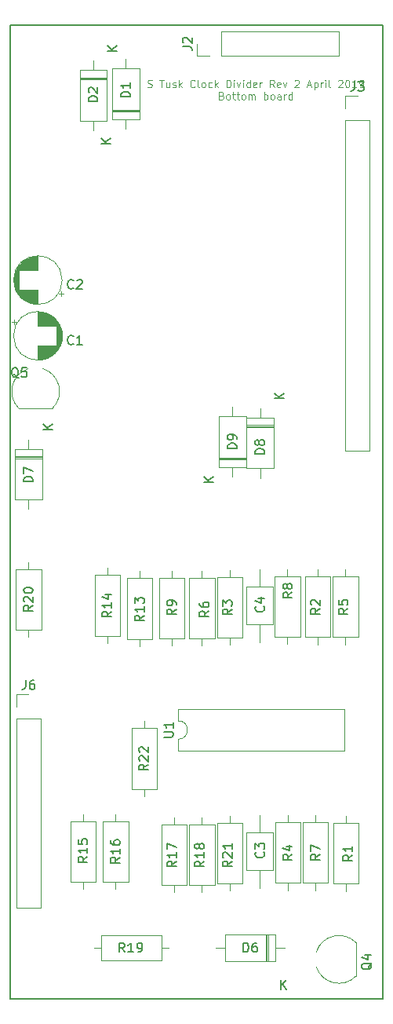
<source format=gbr>
%TF.GenerationSoftware,KiCad,Pcbnew,(5.0.1)-3*%
%TF.CreationDate,2019-04-27T14:03:59+01:00*%
%TF.ProjectId,Fractional clock divider bottom board,4672616374696F6E616C20636C6F636B,rev?*%
%TF.SameCoordinates,Original*%
%TF.FileFunction,Legend,Top*%
%TF.FilePolarity,Positive*%
%FSLAX46Y46*%
G04 Gerber Fmt 4.6, Leading zero omitted, Abs format (unit mm)*
G04 Created by KiCad (PCBNEW (5.0.1)-3) date 27/04/2019 14:03:59*
%MOMM*%
%LPD*%
G01*
G04 APERTURE LIST*
%ADD10C,0.100000*%
%ADD11C,0.150000*%
%ADD12C,0.120000*%
G04 APERTURE END LIST*
D10*
X76342857Y-21673809D02*
X76457142Y-21711904D01*
X76647619Y-21711904D01*
X76723809Y-21673809D01*
X76761904Y-21635714D01*
X76800000Y-21559523D01*
X76800000Y-21483333D01*
X76761904Y-21407142D01*
X76723809Y-21369047D01*
X76647619Y-21330952D01*
X76495238Y-21292857D01*
X76419047Y-21254761D01*
X76380952Y-21216666D01*
X76342857Y-21140476D01*
X76342857Y-21064285D01*
X76380952Y-20988095D01*
X76419047Y-20950000D01*
X76495238Y-20911904D01*
X76685714Y-20911904D01*
X76800000Y-20950000D01*
X77638095Y-20911904D02*
X78095238Y-20911904D01*
X77866666Y-21711904D02*
X77866666Y-20911904D01*
X78704761Y-21178571D02*
X78704761Y-21711904D01*
X78361904Y-21178571D02*
X78361904Y-21597619D01*
X78400000Y-21673809D01*
X78476190Y-21711904D01*
X78590476Y-21711904D01*
X78666666Y-21673809D01*
X78704761Y-21635714D01*
X79047619Y-21673809D02*
X79123809Y-21711904D01*
X79276190Y-21711904D01*
X79352380Y-21673809D01*
X79390476Y-21597619D01*
X79390476Y-21559523D01*
X79352380Y-21483333D01*
X79276190Y-21445238D01*
X79161904Y-21445238D01*
X79085714Y-21407142D01*
X79047619Y-21330952D01*
X79047619Y-21292857D01*
X79085714Y-21216666D01*
X79161904Y-21178571D01*
X79276190Y-21178571D01*
X79352380Y-21216666D01*
X79733333Y-21711904D02*
X79733333Y-20911904D01*
X79809523Y-21407142D02*
X80038095Y-21711904D01*
X80038095Y-21178571D02*
X79733333Y-21483333D01*
X81447619Y-21635714D02*
X81409523Y-21673809D01*
X81295238Y-21711904D01*
X81219047Y-21711904D01*
X81104761Y-21673809D01*
X81028571Y-21597619D01*
X80990476Y-21521428D01*
X80952380Y-21369047D01*
X80952380Y-21254761D01*
X80990476Y-21102380D01*
X81028571Y-21026190D01*
X81104761Y-20950000D01*
X81219047Y-20911904D01*
X81295238Y-20911904D01*
X81409523Y-20950000D01*
X81447619Y-20988095D01*
X81904761Y-21711904D02*
X81828571Y-21673809D01*
X81790476Y-21597619D01*
X81790476Y-20911904D01*
X82323809Y-21711904D02*
X82247619Y-21673809D01*
X82209523Y-21635714D01*
X82171428Y-21559523D01*
X82171428Y-21330952D01*
X82209523Y-21254761D01*
X82247619Y-21216666D01*
X82323809Y-21178571D01*
X82438095Y-21178571D01*
X82514285Y-21216666D01*
X82552380Y-21254761D01*
X82590476Y-21330952D01*
X82590476Y-21559523D01*
X82552380Y-21635714D01*
X82514285Y-21673809D01*
X82438095Y-21711904D01*
X82323809Y-21711904D01*
X83276190Y-21673809D02*
X83200000Y-21711904D01*
X83047619Y-21711904D01*
X82971428Y-21673809D01*
X82933333Y-21635714D01*
X82895238Y-21559523D01*
X82895238Y-21330952D01*
X82933333Y-21254761D01*
X82971428Y-21216666D01*
X83047619Y-21178571D01*
X83200000Y-21178571D01*
X83276190Y-21216666D01*
X83619047Y-21711904D02*
X83619047Y-20911904D01*
X83695238Y-21407142D02*
X83923809Y-21711904D01*
X83923809Y-21178571D02*
X83619047Y-21483333D01*
X84876190Y-21711904D02*
X84876190Y-20911904D01*
X85066666Y-20911904D01*
X85180952Y-20950000D01*
X85257142Y-21026190D01*
X85295238Y-21102380D01*
X85333333Y-21254761D01*
X85333333Y-21369047D01*
X85295238Y-21521428D01*
X85257142Y-21597619D01*
X85180952Y-21673809D01*
X85066666Y-21711904D01*
X84876190Y-21711904D01*
X85676190Y-21711904D02*
X85676190Y-21178571D01*
X85676190Y-20911904D02*
X85638095Y-20950000D01*
X85676190Y-20988095D01*
X85714285Y-20950000D01*
X85676190Y-20911904D01*
X85676190Y-20988095D01*
X85980952Y-21178571D02*
X86171428Y-21711904D01*
X86361904Y-21178571D01*
X86666666Y-21711904D02*
X86666666Y-21178571D01*
X86666666Y-20911904D02*
X86628571Y-20950000D01*
X86666666Y-20988095D01*
X86704761Y-20950000D01*
X86666666Y-20911904D01*
X86666666Y-20988095D01*
X87390476Y-21711904D02*
X87390476Y-20911904D01*
X87390476Y-21673809D02*
X87314285Y-21711904D01*
X87161904Y-21711904D01*
X87085714Y-21673809D01*
X87047619Y-21635714D01*
X87009523Y-21559523D01*
X87009523Y-21330952D01*
X87047619Y-21254761D01*
X87085714Y-21216666D01*
X87161904Y-21178571D01*
X87314285Y-21178571D01*
X87390476Y-21216666D01*
X88076190Y-21673809D02*
X88000000Y-21711904D01*
X87847619Y-21711904D01*
X87771428Y-21673809D01*
X87733333Y-21597619D01*
X87733333Y-21292857D01*
X87771428Y-21216666D01*
X87847619Y-21178571D01*
X88000000Y-21178571D01*
X88076190Y-21216666D01*
X88114285Y-21292857D01*
X88114285Y-21369047D01*
X87733333Y-21445238D01*
X88457142Y-21711904D02*
X88457142Y-21178571D01*
X88457142Y-21330952D02*
X88495238Y-21254761D01*
X88533333Y-21216666D01*
X88609523Y-21178571D01*
X88685714Y-21178571D01*
X90019047Y-21711904D02*
X89752380Y-21330952D01*
X89561904Y-21711904D02*
X89561904Y-20911904D01*
X89866666Y-20911904D01*
X89942857Y-20950000D01*
X89980952Y-20988095D01*
X90019047Y-21064285D01*
X90019047Y-21178571D01*
X89980952Y-21254761D01*
X89942857Y-21292857D01*
X89866666Y-21330952D01*
X89561904Y-21330952D01*
X90666666Y-21673809D02*
X90590476Y-21711904D01*
X90438095Y-21711904D01*
X90361904Y-21673809D01*
X90323809Y-21597619D01*
X90323809Y-21292857D01*
X90361904Y-21216666D01*
X90438095Y-21178571D01*
X90590476Y-21178571D01*
X90666666Y-21216666D01*
X90704761Y-21292857D01*
X90704761Y-21369047D01*
X90323809Y-21445238D01*
X90971428Y-21178571D02*
X91161904Y-21711904D01*
X91352380Y-21178571D01*
X92228571Y-20988095D02*
X92266666Y-20950000D01*
X92342857Y-20911904D01*
X92533333Y-20911904D01*
X92609523Y-20950000D01*
X92647619Y-20988095D01*
X92685714Y-21064285D01*
X92685714Y-21140476D01*
X92647619Y-21254761D01*
X92190476Y-21711904D01*
X92685714Y-21711904D01*
X93600000Y-21483333D02*
X93980952Y-21483333D01*
X93523809Y-21711904D02*
X93790476Y-20911904D01*
X94057142Y-21711904D01*
X94323809Y-21178571D02*
X94323809Y-21978571D01*
X94323809Y-21216666D02*
X94400000Y-21178571D01*
X94552380Y-21178571D01*
X94628571Y-21216666D01*
X94666666Y-21254761D01*
X94704761Y-21330952D01*
X94704761Y-21559523D01*
X94666666Y-21635714D01*
X94628571Y-21673809D01*
X94552380Y-21711904D01*
X94400000Y-21711904D01*
X94323809Y-21673809D01*
X95047619Y-21711904D02*
X95047619Y-21178571D01*
X95047619Y-21330952D02*
X95085714Y-21254761D01*
X95123809Y-21216666D01*
X95200000Y-21178571D01*
X95276190Y-21178571D01*
X95542857Y-21711904D02*
X95542857Y-21178571D01*
X95542857Y-20911904D02*
X95504761Y-20950000D01*
X95542857Y-20988095D01*
X95580952Y-20950000D01*
X95542857Y-20911904D01*
X95542857Y-20988095D01*
X96038095Y-21711904D02*
X95961904Y-21673809D01*
X95923809Y-21597619D01*
X95923809Y-20911904D01*
X96914285Y-20988095D02*
X96952380Y-20950000D01*
X97028571Y-20911904D01*
X97219047Y-20911904D01*
X97295238Y-20950000D01*
X97333333Y-20988095D01*
X97371428Y-21064285D01*
X97371428Y-21140476D01*
X97333333Y-21254761D01*
X96876190Y-21711904D01*
X97371428Y-21711904D01*
X97866666Y-20911904D02*
X97942857Y-20911904D01*
X98019047Y-20950000D01*
X98057142Y-20988095D01*
X98095238Y-21064285D01*
X98133333Y-21216666D01*
X98133333Y-21407142D01*
X98095238Y-21559523D01*
X98057142Y-21635714D01*
X98019047Y-21673809D01*
X97942857Y-21711904D01*
X97866666Y-21711904D01*
X97790476Y-21673809D01*
X97752380Y-21635714D01*
X97714285Y-21559523D01*
X97676190Y-21407142D01*
X97676190Y-21216666D01*
X97714285Y-21064285D01*
X97752380Y-20988095D01*
X97790476Y-20950000D01*
X97866666Y-20911904D01*
X98895238Y-21711904D02*
X98438095Y-21711904D01*
X98666666Y-21711904D02*
X98666666Y-20911904D01*
X98590476Y-21026190D01*
X98514285Y-21102380D01*
X98438095Y-21140476D01*
X99276190Y-21711904D02*
X99428571Y-21711904D01*
X99504761Y-21673809D01*
X99542857Y-21635714D01*
X99619047Y-21521428D01*
X99657142Y-21369047D01*
X99657142Y-21064285D01*
X99619047Y-20988095D01*
X99580952Y-20950000D01*
X99504761Y-20911904D01*
X99352380Y-20911904D01*
X99276190Y-20950000D01*
X99238095Y-20988095D01*
X99200000Y-21064285D01*
X99200000Y-21254761D01*
X99238095Y-21330952D01*
X99276190Y-21369047D01*
X99352380Y-21407142D01*
X99504761Y-21407142D01*
X99580952Y-21369047D01*
X99619047Y-21330952D01*
X99657142Y-21254761D01*
X84342857Y-22592857D02*
X84457142Y-22630952D01*
X84495238Y-22669047D01*
X84533333Y-22745238D01*
X84533333Y-22859523D01*
X84495238Y-22935714D01*
X84457142Y-22973809D01*
X84380952Y-23011904D01*
X84076190Y-23011904D01*
X84076190Y-22211904D01*
X84342857Y-22211904D01*
X84419047Y-22250000D01*
X84457142Y-22288095D01*
X84495238Y-22364285D01*
X84495238Y-22440476D01*
X84457142Y-22516666D01*
X84419047Y-22554761D01*
X84342857Y-22592857D01*
X84076190Y-22592857D01*
X84990476Y-23011904D02*
X84914285Y-22973809D01*
X84876190Y-22935714D01*
X84838095Y-22859523D01*
X84838095Y-22630952D01*
X84876190Y-22554761D01*
X84914285Y-22516666D01*
X84990476Y-22478571D01*
X85104761Y-22478571D01*
X85180952Y-22516666D01*
X85219047Y-22554761D01*
X85257142Y-22630952D01*
X85257142Y-22859523D01*
X85219047Y-22935714D01*
X85180952Y-22973809D01*
X85104761Y-23011904D01*
X84990476Y-23011904D01*
X85485714Y-22478571D02*
X85790476Y-22478571D01*
X85600000Y-22211904D02*
X85600000Y-22897619D01*
X85638095Y-22973809D01*
X85714285Y-23011904D01*
X85790476Y-23011904D01*
X85942857Y-22478571D02*
X86247619Y-22478571D01*
X86057142Y-22211904D02*
X86057142Y-22897619D01*
X86095238Y-22973809D01*
X86171428Y-23011904D01*
X86247619Y-23011904D01*
X86628571Y-23011904D02*
X86552380Y-22973809D01*
X86514285Y-22935714D01*
X86476190Y-22859523D01*
X86476190Y-22630952D01*
X86514285Y-22554761D01*
X86552380Y-22516666D01*
X86628571Y-22478571D01*
X86742857Y-22478571D01*
X86819047Y-22516666D01*
X86857142Y-22554761D01*
X86895238Y-22630952D01*
X86895238Y-22859523D01*
X86857142Y-22935714D01*
X86819047Y-22973809D01*
X86742857Y-23011904D01*
X86628571Y-23011904D01*
X87238095Y-23011904D02*
X87238095Y-22478571D01*
X87238095Y-22554761D02*
X87276190Y-22516666D01*
X87352380Y-22478571D01*
X87466666Y-22478571D01*
X87542857Y-22516666D01*
X87580952Y-22592857D01*
X87580952Y-23011904D01*
X87580952Y-22592857D02*
X87619047Y-22516666D01*
X87695238Y-22478571D01*
X87809523Y-22478571D01*
X87885714Y-22516666D01*
X87923809Y-22592857D01*
X87923809Y-23011904D01*
X88914285Y-23011904D02*
X88914285Y-22211904D01*
X88914285Y-22516666D02*
X88990476Y-22478571D01*
X89142857Y-22478571D01*
X89219047Y-22516666D01*
X89257142Y-22554761D01*
X89295238Y-22630952D01*
X89295238Y-22859523D01*
X89257142Y-22935714D01*
X89219047Y-22973809D01*
X89142857Y-23011904D01*
X88990476Y-23011904D01*
X88914285Y-22973809D01*
X89752380Y-23011904D02*
X89676190Y-22973809D01*
X89638095Y-22935714D01*
X89600000Y-22859523D01*
X89600000Y-22630952D01*
X89638095Y-22554761D01*
X89676190Y-22516666D01*
X89752380Y-22478571D01*
X89866666Y-22478571D01*
X89942857Y-22516666D01*
X89980952Y-22554761D01*
X90019047Y-22630952D01*
X90019047Y-22859523D01*
X89980952Y-22935714D01*
X89942857Y-22973809D01*
X89866666Y-23011904D01*
X89752380Y-23011904D01*
X90704761Y-23011904D02*
X90704761Y-22592857D01*
X90666666Y-22516666D01*
X90590476Y-22478571D01*
X90438095Y-22478571D01*
X90361904Y-22516666D01*
X90704761Y-22973809D02*
X90628571Y-23011904D01*
X90438095Y-23011904D01*
X90361904Y-22973809D01*
X90323809Y-22897619D01*
X90323809Y-22821428D01*
X90361904Y-22745238D01*
X90438095Y-22707142D01*
X90628571Y-22707142D01*
X90704761Y-22669047D01*
X91085714Y-23011904D02*
X91085714Y-22478571D01*
X91085714Y-22630952D02*
X91123809Y-22554761D01*
X91161904Y-22516666D01*
X91238095Y-22478571D01*
X91314285Y-22478571D01*
X91923809Y-23011904D02*
X91923809Y-22211904D01*
X91923809Y-22973809D02*
X91847619Y-23011904D01*
X91695238Y-23011904D01*
X91619047Y-22973809D01*
X91580952Y-22935714D01*
X91542857Y-22859523D01*
X91542857Y-22630952D01*
X91580952Y-22554761D01*
X91619047Y-22516666D01*
X91695238Y-22478571D01*
X91847619Y-22478571D01*
X91923809Y-22516666D01*
D11*
X61500000Y-120000000D02*
X101750000Y-120000000D01*
X101750000Y-15000000D02*
X101750000Y-120000000D01*
X61500000Y-15000000D02*
X61500000Y-120000000D01*
X61500000Y-15000000D02*
X101750000Y-15000000D01*
D12*
X98827684Y-113921555D02*
G75*
G03X94550000Y-114950000I-1827684J-1808445D01*
G01*
X98842156Y-117541453D02*
G75*
G02X94550000Y-116550000I-1842156J1811453D01*
G01*
X98850000Y-117530000D02*
X98850000Y-113930000D01*
X66078445Y-56327684D02*
G75*
G03X65050000Y-52050000I-1808445J1827684D01*
G01*
X62458547Y-56342156D02*
G75*
G02X63450000Y-52050000I1811453J1842156D01*
G01*
X62470000Y-56350000D02*
X66070000Y-56350000D01*
X88431834Y-73646702D02*
X88431834Y-75586702D01*
X88431834Y-81566702D02*
X88431834Y-79626702D01*
X87011834Y-75586702D02*
X87011834Y-79626702D01*
X89851834Y-75586702D02*
X87011834Y-75586702D01*
X89851834Y-79626702D02*
X89851834Y-75586702D01*
X87011834Y-79626702D02*
X89851834Y-79626702D01*
X88431834Y-100146702D02*
X88431834Y-102086702D01*
X88431834Y-108066702D02*
X88431834Y-106126702D01*
X87011834Y-102086702D02*
X87011834Y-106126702D01*
X89851834Y-102086702D02*
X87011834Y-102086702D01*
X89851834Y-106126702D02*
X89851834Y-102086702D01*
X87011834Y-106126702D02*
X89851834Y-106126702D01*
X67120000Y-42500000D02*
G75*
G03X67120000Y-42500000I-2620000J0D01*
G01*
X64500000Y-41460000D02*
X64500000Y-39920000D01*
X64500000Y-45080000D02*
X64500000Y-43540000D01*
X64460000Y-41460000D02*
X64460000Y-39920000D01*
X64460000Y-45080000D02*
X64460000Y-43540000D01*
X64420000Y-45079000D02*
X64420000Y-43540000D01*
X64420000Y-41460000D02*
X64420000Y-39921000D01*
X64380000Y-45078000D02*
X64380000Y-43540000D01*
X64380000Y-41460000D02*
X64380000Y-39922000D01*
X64340000Y-45076000D02*
X64340000Y-43540000D01*
X64340000Y-41460000D02*
X64340000Y-39924000D01*
X64300000Y-45073000D02*
X64300000Y-43540000D01*
X64300000Y-41460000D02*
X64300000Y-39927000D01*
X64260000Y-45069000D02*
X64260000Y-43540000D01*
X64260000Y-41460000D02*
X64260000Y-39931000D01*
X64220000Y-45065000D02*
X64220000Y-43540000D01*
X64220000Y-41460000D02*
X64220000Y-39935000D01*
X64180000Y-45061000D02*
X64180000Y-43540000D01*
X64180000Y-41460000D02*
X64180000Y-39939000D01*
X64140000Y-45056000D02*
X64140000Y-43540000D01*
X64140000Y-41460000D02*
X64140000Y-39944000D01*
X64100000Y-45050000D02*
X64100000Y-43540000D01*
X64100000Y-41460000D02*
X64100000Y-39950000D01*
X64060000Y-45043000D02*
X64060000Y-43540000D01*
X64060000Y-41460000D02*
X64060000Y-39957000D01*
X64020000Y-45036000D02*
X64020000Y-43540000D01*
X64020000Y-41460000D02*
X64020000Y-39964000D01*
X63980000Y-45028000D02*
X63980000Y-43540000D01*
X63980000Y-41460000D02*
X63980000Y-39972000D01*
X63940000Y-45020000D02*
X63940000Y-43540000D01*
X63940000Y-41460000D02*
X63940000Y-39980000D01*
X63900000Y-45011000D02*
X63900000Y-43540000D01*
X63900000Y-41460000D02*
X63900000Y-39989000D01*
X63860000Y-45001000D02*
X63860000Y-43540000D01*
X63860000Y-41460000D02*
X63860000Y-39999000D01*
X63820000Y-44991000D02*
X63820000Y-43540000D01*
X63820000Y-41460000D02*
X63820000Y-40009000D01*
X63779000Y-44980000D02*
X63779000Y-43540000D01*
X63779000Y-41460000D02*
X63779000Y-40020000D01*
X63739000Y-44968000D02*
X63739000Y-43540000D01*
X63739000Y-41460000D02*
X63739000Y-40032000D01*
X63699000Y-44955000D02*
X63699000Y-43540000D01*
X63699000Y-41460000D02*
X63699000Y-40045000D01*
X63659000Y-44942000D02*
X63659000Y-43540000D01*
X63659000Y-41460000D02*
X63659000Y-40058000D01*
X63619000Y-44928000D02*
X63619000Y-43540000D01*
X63619000Y-41460000D02*
X63619000Y-40072000D01*
X63579000Y-44914000D02*
X63579000Y-43540000D01*
X63579000Y-41460000D02*
X63579000Y-40086000D01*
X63539000Y-44898000D02*
X63539000Y-43540000D01*
X63539000Y-41460000D02*
X63539000Y-40102000D01*
X63499000Y-44882000D02*
X63499000Y-43540000D01*
X63499000Y-41460000D02*
X63499000Y-40118000D01*
X63459000Y-44865000D02*
X63459000Y-43540000D01*
X63459000Y-41460000D02*
X63459000Y-40135000D01*
X63419000Y-44848000D02*
X63419000Y-43540000D01*
X63419000Y-41460000D02*
X63419000Y-40152000D01*
X63379000Y-44829000D02*
X63379000Y-43540000D01*
X63379000Y-41460000D02*
X63379000Y-40171000D01*
X63339000Y-44810000D02*
X63339000Y-43540000D01*
X63339000Y-41460000D02*
X63339000Y-40190000D01*
X63299000Y-44790000D02*
X63299000Y-43540000D01*
X63299000Y-41460000D02*
X63299000Y-40210000D01*
X63259000Y-44768000D02*
X63259000Y-43540000D01*
X63259000Y-41460000D02*
X63259000Y-40232000D01*
X63219000Y-44747000D02*
X63219000Y-43540000D01*
X63219000Y-41460000D02*
X63219000Y-40253000D01*
X63179000Y-44724000D02*
X63179000Y-43540000D01*
X63179000Y-41460000D02*
X63179000Y-40276000D01*
X63139000Y-44700000D02*
X63139000Y-43540000D01*
X63139000Y-41460000D02*
X63139000Y-40300000D01*
X63099000Y-44675000D02*
X63099000Y-43540000D01*
X63099000Y-41460000D02*
X63099000Y-40325000D01*
X63059000Y-44649000D02*
X63059000Y-43540000D01*
X63059000Y-41460000D02*
X63059000Y-40351000D01*
X63019000Y-44622000D02*
X63019000Y-43540000D01*
X63019000Y-41460000D02*
X63019000Y-40378000D01*
X62979000Y-44595000D02*
X62979000Y-43540000D01*
X62979000Y-41460000D02*
X62979000Y-40405000D01*
X62939000Y-44565000D02*
X62939000Y-43540000D01*
X62939000Y-41460000D02*
X62939000Y-40435000D01*
X62899000Y-44535000D02*
X62899000Y-43540000D01*
X62899000Y-41460000D02*
X62899000Y-40465000D01*
X62859000Y-44504000D02*
X62859000Y-43540000D01*
X62859000Y-41460000D02*
X62859000Y-40496000D01*
X62819000Y-44471000D02*
X62819000Y-43540000D01*
X62819000Y-41460000D02*
X62819000Y-40529000D01*
X62779000Y-44437000D02*
X62779000Y-43540000D01*
X62779000Y-41460000D02*
X62779000Y-40563000D01*
X62739000Y-44401000D02*
X62739000Y-43540000D01*
X62739000Y-41460000D02*
X62739000Y-40599000D01*
X62699000Y-44364000D02*
X62699000Y-43540000D01*
X62699000Y-41460000D02*
X62699000Y-40636000D01*
X62659000Y-44326000D02*
X62659000Y-43540000D01*
X62659000Y-41460000D02*
X62659000Y-40674000D01*
X62619000Y-44285000D02*
X62619000Y-43540000D01*
X62619000Y-41460000D02*
X62619000Y-40715000D01*
X62579000Y-44243000D02*
X62579000Y-43540000D01*
X62579000Y-41460000D02*
X62579000Y-40757000D01*
X62539000Y-44199000D02*
X62539000Y-43540000D01*
X62539000Y-41460000D02*
X62539000Y-40801000D01*
X62499000Y-44153000D02*
X62499000Y-43540000D01*
X62499000Y-41460000D02*
X62499000Y-40847000D01*
X62459000Y-44105000D02*
X62459000Y-40895000D01*
X62419000Y-44054000D02*
X62419000Y-40946000D01*
X62379000Y-44000000D02*
X62379000Y-41000000D01*
X62339000Y-43943000D02*
X62339000Y-41057000D01*
X62299000Y-43883000D02*
X62299000Y-41117000D01*
X62259000Y-43819000D02*
X62259000Y-41181000D01*
X62219000Y-43751000D02*
X62219000Y-41249000D01*
X62179000Y-43678000D02*
X62179000Y-41322000D01*
X62139000Y-43598000D02*
X62139000Y-41402000D01*
X62099000Y-43511000D02*
X62099000Y-41489000D01*
X62059000Y-43415000D02*
X62059000Y-41585000D01*
X62019000Y-43305000D02*
X62019000Y-41695000D01*
X61979000Y-43177000D02*
X61979000Y-41823000D01*
X61939000Y-43018000D02*
X61939000Y-41982000D01*
X61899000Y-42784000D02*
X61899000Y-42216000D01*
X67304775Y-43975000D02*
X66804775Y-43975000D01*
X67054775Y-44225000D02*
X67054775Y-43725000D01*
X61945225Y-46775000D02*
X61945225Y-47275000D01*
X61695225Y-47025000D02*
X62195225Y-47025000D01*
X67101000Y-48216000D02*
X67101000Y-48784000D01*
X67061000Y-47982000D02*
X67061000Y-49018000D01*
X67021000Y-47823000D02*
X67021000Y-49177000D01*
X66981000Y-47695000D02*
X66981000Y-49305000D01*
X66941000Y-47585000D02*
X66941000Y-49415000D01*
X66901000Y-47489000D02*
X66901000Y-49511000D01*
X66861000Y-47402000D02*
X66861000Y-49598000D01*
X66821000Y-47322000D02*
X66821000Y-49678000D01*
X66781000Y-47249000D02*
X66781000Y-49751000D01*
X66741000Y-47181000D02*
X66741000Y-49819000D01*
X66701000Y-47117000D02*
X66701000Y-49883000D01*
X66661000Y-47057000D02*
X66661000Y-49943000D01*
X66621000Y-47000000D02*
X66621000Y-50000000D01*
X66581000Y-46946000D02*
X66581000Y-50054000D01*
X66541000Y-46895000D02*
X66541000Y-50105000D01*
X66501000Y-49540000D02*
X66501000Y-50153000D01*
X66501000Y-46847000D02*
X66501000Y-47460000D01*
X66461000Y-49540000D02*
X66461000Y-50199000D01*
X66461000Y-46801000D02*
X66461000Y-47460000D01*
X66421000Y-49540000D02*
X66421000Y-50243000D01*
X66421000Y-46757000D02*
X66421000Y-47460000D01*
X66381000Y-49540000D02*
X66381000Y-50285000D01*
X66381000Y-46715000D02*
X66381000Y-47460000D01*
X66341000Y-49540000D02*
X66341000Y-50326000D01*
X66341000Y-46674000D02*
X66341000Y-47460000D01*
X66301000Y-49540000D02*
X66301000Y-50364000D01*
X66301000Y-46636000D02*
X66301000Y-47460000D01*
X66261000Y-49540000D02*
X66261000Y-50401000D01*
X66261000Y-46599000D02*
X66261000Y-47460000D01*
X66221000Y-49540000D02*
X66221000Y-50437000D01*
X66221000Y-46563000D02*
X66221000Y-47460000D01*
X66181000Y-49540000D02*
X66181000Y-50471000D01*
X66181000Y-46529000D02*
X66181000Y-47460000D01*
X66141000Y-49540000D02*
X66141000Y-50504000D01*
X66141000Y-46496000D02*
X66141000Y-47460000D01*
X66101000Y-49540000D02*
X66101000Y-50535000D01*
X66101000Y-46465000D02*
X66101000Y-47460000D01*
X66061000Y-49540000D02*
X66061000Y-50565000D01*
X66061000Y-46435000D02*
X66061000Y-47460000D01*
X66021000Y-49540000D02*
X66021000Y-50595000D01*
X66021000Y-46405000D02*
X66021000Y-47460000D01*
X65981000Y-49540000D02*
X65981000Y-50622000D01*
X65981000Y-46378000D02*
X65981000Y-47460000D01*
X65941000Y-49540000D02*
X65941000Y-50649000D01*
X65941000Y-46351000D02*
X65941000Y-47460000D01*
X65901000Y-49540000D02*
X65901000Y-50675000D01*
X65901000Y-46325000D02*
X65901000Y-47460000D01*
X65861000Y-49540000D02*
X65861000Y-50700000D01*
X65861000Y-46300000D02*
X65861000Y-47460000D01*
X65821000Y-49540000D02*
X65821000Y-50724000D01*
X65821000Y-46276000D02*
X65821000Y-47460000D01*
X65781000Y-49540000D02*
X65781000Y-50747000D01*
X65781000Y-46253000D02*
X65781000Y-47460000D01*
X65741000Y-49540000D02*
X65741000Y-50768000D01*
X65741000Y-46232000D02*
X65741000Y-47460000D01*
X65701000Y-49540000D02*
X65701000Y-50790000D01*
X65701000Y-46210000D02*
X65701000Y-47460000D01*
X65661000Y-49540000D02*
X65661000Y-50810000D01*
X65661000Y-46190000D02*
X65661000Y-47460000D01*
X65621000Y-49540000D02*
X65621000Y-50829000D01*
X65621000Y-46171000D02*
X65621000Y-47460000D01*
X65581000Y-49540000D02*
X65581000Y-50848000D01*
X65581000Y-46152000D02*
X65581000Y-47460000D01*
X65541000Y-49540000D02*
X65541000Y-50865000D01*
X65541000Y-46135000D02*
X65541000Y-47460000D01*
X65501000Y-49540000D02*
X65501000Y-50882000D01*
X65501000Y-46118000D02*
X65501000Y-47460000D01*
X65461000Y-49540000D02*
X65461000Y-50898000D01*
X65461000Y-46102000D02*
X65461000Y-47460000D01*
X65421000Y-49540000D02*
X65421000Y-50914000D01*
X65421000Y-46086000D02*
X65421000Y-47460000D01*
X65381000Y-49540000D02*
X65381000Y-50928000D01*
X65381000Y-46072000D02*
X65381000Y-47460000D01*
X65341000Y-49540000D02*
X65341000Y-50942000D01*
X65341000Y-46058000D02*
X65341000Y-47460000D01*
X65301000Y-49540000D02*
X65301000Y-50955000D01*
X65301000Y-46045000D02*
X65301000Y-47460000D01*
X65261000Y-49540000D02*
X65261000Y-50968000D01*
X65261000Y-46032000D02*
X65261000Y-47460000D01*
X65221000Y-49540000D02*
X65221000Y-50980000D01*
X65221000Y-46020000D02*
X65221000Y-47460000D01*
X65180000Y-49540000D02*
X65180000Y-50991000D01*
X65180000Y-46009000D02*
X65180000Y-47460000D01*
X65140000Y-49540000D02*
X65140000Y-51001000D01*
X65140000Y-45999000D02*
X65140000Y-47460000D01*
X65100000Y-49540000D02*
X65100000Y-51011000D01*
X65100000Y-45989000D02*
X65100000Y-47460000D01*
X65060000Y-49540000D02*
X65060000Y-51020000D01*
X65060000Y-45980000D02*
X65060000Y-47460000D01*
X65020000Y-49540000D02*
X65020000Y-51028000D01*
X65020000Y-45972000D02*
X65020000Y-47460000D01*
X64980000Y-49540000D02*
X64980000Y-51036000D01*
X64980000Y-45964000D02*
X64980000Y-47460000D01*
X64940000Y-49540000D02*
X64940000Y-51043000D01*
X64940000Y-45957000D02*
X64940000Y-47460000D01*
X64900000Y-49540000D02*
X64900000Y-51050000D01*
X64900000Y-45950000D02*
X64900000Y-47460000D01*
X64860000Y-49540000D02*
X64860000Y-51056000D01*
X64860000Y-45944000D02*
X64860000Y-47460000D01*
X64820000Y-49540000D02*
X64820000Y-51061000D01*
X64820000Y-45939000D02*
X64820000Y-47460000D01*
X64780000Y-49540000D02*
X64780000Y-51065000D01*
X64780000Y-45935000D02*
X64780000Y-47460000D01*
X64740000Y-49540000D02*
X64740000Y-51069000D01*
X64740000Y-45931000D02*
X64740000Y-47460000D01*
X64700000Y-49540000D02*
X64700000Y-51073000D01*
X64700000Y-45927000D02*
X64700000Y-47460000D01*
X64660000Y-49540000D02*
X64660000Y-51076000D01*
X64660000Y-45924000D02*
X64660000Y-47460000D01*
X64620000Y-49540000D02*
X64620000Y-51078000D01*
X64620000Y-45922000D02*
X64620000Y-47460000D01*
X64580000Y-49540000D02*
X64580000Y-51079000D01*
X64580000Y-45921000D02*
X64580000Y-47460000D01*
X64540000Y-45920000D02*
X64540000Y-47460000D01*
X64540000Y-49540000D02*
X64540000Y-51080000D01*
X64500000Y-45920000D02*
X64500000Y-47460000D01*
X64500000Y-49540000D02*
X64500000Y-51080000D01*
X67120000Y-48500000D02*
G75*
G03X67120000Y-48500000I-2620000J0D01*
G01*
X72530000Y-24360000D02*
X75470000Y-24360000D01*
X72530000Y-24120000D02*
X75470000Y-24120000D01*
X72530000Y-24240000D02*
X75470000Y-24240000D01*
X74000000Y-18680000D02*
X74000000Y-19700000D01*
X74000000Y-26160000D02*
X74000000Y-25140000D01*
X72530000Y-19700000D02*
X72530000Y-25140000D01*
X75470000Y-19700000D02*
X72530000Y-19700000D01*
X75470000Y-25140000D02*
X75470000Y-19700000D01*
X72530000Y-25140000D02*
X75470000Y-25140000D01*
X71970000Y-19860000D02*
X69030000Y-19860000D01*
X69030000Y-19860000D02*
X69030000Y-25300000D01*
X69030000Y-25300000D02*
X71970000Y-25300000D01*
X71970000Y-25300000D02*
X71970000Y-19860000D01*
X70500000Y-18840000D02*
X70500000Y-19860000D01*
X70500000Y-26320000D02*
X70500000Y-25300000D01*
X71970000Y-20760000D02*
X69030000Y-20760000D01*
X71970000Y-20880000D02*
X69030000Y-20880000D01*
X71970000Y-20640000D02*
X69030000Y-20640000D01*
X90140000Y-115970000D02*
X90140000Y-113030000D01*
X90140000Y-113030000D02*
X84700000Y-113030000D01*
X84700000Y-113030000D02*
X84700000Y-115970000D01*
X84700000Y-115970000D02*
X90140000Y-115970000D01*
X91160000Y-114500000D02*
X90140000Y-114500000D01*
X83680000Y-114500000D02*
X84700000Y-114500000D01*
X89240000Y-115970000D02*
X89240000Y-113030000D01*
X89120000Y-115970000D02*
X89120000Y-113030000D01*
X89360000Y-115970000D02*
X89360000Y-113030000D01*
X64970000Y-60700000D02*
X62030000Y-60700000D01*
X62030000Y-60700000D02*
X62030000Y-66140000D01*
X62030000Y-66140000D02*
X64970000Y-66140000D01*
X64970000Y-66140000D02*
X64970000Y-60700000D01*
X63500000Y-59680000D02*
X63500000Y-60700000D01*
X63500000Y-67160000D02*
X63500000Y-66140000D01*
X64970000Y-61600000D02*
X62030000Y-61600000D01*
X64970000Y-61720000D02*
X62030000Y-61720000D01*
X64970000Y-61480000D02*
X62030000Y-61480000D01*
X89970000Y-58140000D02*
X87030000Y-58140000D01*
X89970000Y-58380000D02*
X87030000Y-58380000D01*
X89970000Y-58260000D02*
X87030000Y-58260000D01*
X88500000Y-63820000D02*
X88500000Y-62800000D01*
X88500000Y-56340000D02*
X88500000Y-57360000D01*
X89970000Y-62800000D02*
X89970000Y-57360000D01*
X87030000Y-62800000D02*
X89970000Y-62800000D01*
X87030000Y-57360000D02*
X87030000Y-62800000D01*
X89970000Y-57360000D02*
X87030000Y-57360000D01*
X84030000Y-61860000D02*
X86970000Y-61860000D01*
X84030000Y-61620000D02*
X86970000Y-61620000D01*
X84030000Y-61740000D02*
X86970000Y-61740000D01*
X85500000Y-56180000D02*
X85500000Y-57200000D01*
X85500000Y-63660000D02*
X85500000Y-62640000D01*
X84030000Y-57200000D02*
X84030000Y-62640000D01*
X86970000Y-57200000D02*
X84030000Y-57200000D01*
X86970000Y-62640000D02*
X86970000Y-57200000D01*
X84030000Y-62640000D02*
X86970000Y-62640000D01*
X81670000Y-18330000D02*
X81670000Y-17000000D01*
X83000000Y-18330000D02*
X81670000Y-18330000D01*
X84270000Y-18330000D02*
X84270000Y-15670000D01*
X84270000Y-15670000D02*
X97030000Y-15670000D01*
X84270000Y-18330000D02*
X97030000Y-18330000D01*
X97030000Y-18330000D02*
X97030000Y-15670000D01*
X97670000Y-60890000D02*
X100330000Y-60890000D01*
X97670000Y-25270000D02*
X97670000Y-60890000D01*
X100330000Y-25270000D02*
X100330000Y-60890000D01*
X97670000Y-25270000D02*
X100330000Y-25270000D01*
X97670000Y-24000000D02*
X97670000Y-22670000D01*
X97670000Y-22670000D02*
X99000000Y-22670000D01*
X62170000Y-87170000D02*
X63500000Y-87170000D01*
X62170000Y-88500000D02*
X62170000Y-87170000D01*
X62170000Y-89770000D02*
X64830000Y-89770000D01*
X64830000Y-89770000D02*
X64830000Y-110150000D01*
X62170000Y-89770000D02*
X62170000Y-110150000D01*
X62170000Y-110150000D02*
X64830000Y-110150000D01*
X99129090Y-101046542D02*
X96389090Y-101046542D01*
X96389090Y-101046542D02*
X96389090Y-107586542D01*
X96389090Y-107586542D02*
X99129090Y-107586542D01*
X99129090Y-107586542D02*
X99129090Y-101046542D01*
X97759090Y-100276542D02*
X97759090Y-101046542D01*
X97759090Y-108356542D02*
X97759090Y-107586542D01*
X94705873Y-73691486D02*
X94705873Y-74461486D01*
X94705873Y-81771486D02*
X94705873Y-81001486D01*
X93335873Y-74461486D02*
X93335873Y-81001486D01*
X96075873Y-74461486D02*
X93335873Y-74461486D01*
X96075873Y-81001486D02*
X96075873Y-74461486D01*
X93335873Y-81001486D02*
X96075873Y-81001486D01*
X83835873Y-81080678D02*
X86575873Y-81080678D01*
X86575873Y-81080678D02*
X86575873Y-74540678D01*
X86575873Y-74540678D02*
X83835873Y-74540678D01*
X83835873Y-74540678D02*
X83835873Y-81080678D01*
X85205873Y-81850678D02*
X85205873Y-81080678D01*
X85205873Y-73770678D02*
X85205873Y-74540678D01*
X91473391Y-100191486D02*
X91473391Y-100961486D01*
X91473391Y-108271486D02*
X91473391Y-107501486D01*
X90103391Y-100961486D02*
X90103391Y-107501486D01*
X92843391Y-100961486D02*
X90103391Y-100961486D01*
X92843391Y-107501486D02*
X92843391Y-100961486D01*
X90103391Y-107501486D02*
X92843391Y-107501486D01*
X96335873Y-81001486D02*
X99075873Y-81001486D01*
X99075873Y-81001486D02*
X99075873Y-74461486D01*
X99075873Y-74461486D02*
X96335873Y-74461486D01*
X96335873Y-74461486D02*
X96335873Y-81001486D01*
X97705873Y-81771486D02*
X97705873Y-81001486D01*
X97705873Y-73691486D02*
X97705873Y-74461486D01*
X83575873Y-74621486D02*
X80835873Y-74621486D01*
X80835873Y-74621486D02*
X80835873Y-81161486D01*
X80835873Y-81161486D02*
X83575873Y-81161486D01*
X83575873Y-81161486D02*
X83575873Y-74621486D01*
X82205873Y-73851486D02*
X82205873Y-74621486D01*
X82205873Y-81931486D02*
X82205873Y-81161486D01*
X93103391Y-107501486D02*
X95843391Y-107501486D01*
X95843391Y-107501486D02*
X95843391Y-100961486D01*
X95843391Y-100961486D02*
X93103391Y-100961486D01*
X93103391Y-100961486D02*
X93103391Y-107501486D01*
X94473391Y-108271486D02*
X94473391Y-107501486D01*
X94473391Y-100191486D02*
X94473391Y-100961486D01*
X92801834Y-74416702D02*
X90061834Y-74416702D01*
X90061834Y-74416702D02*
X90061834Y-80956702D01*
X90061834Y-80956702D02*
X92801834Y-80956702D01*
X92801834Y-80956702D02*
X92801834Y-74416702D01*
X91431834Y-73646702D02*
X91431834Y-74416702D01*
X91431834Y-81726702D02*
X91431834Y-80956702D01*
X78973391Y-81931486D02*
X78973391Y-81161486D01*
X78973391Y-73851486D02*
X78973391Y-74621486D01*
X80343391Y-81161486D02*
X80343391Y-74621486D01*
X77603391Y-81161486D02*
X80343391Y-81161486D01*
X77603391Y-74621486D02*
X77603391Y-81161486D01*
X80343391Y-74621486D02*
X77603391Y-74621486D01*
X75500000Y-73880000D02*
X75500000Y-74650000D01*
X75500000Y-81960000D02*
X75500000Y-81190000D01*
X74130000Y-74650000D02*
X74130000Y-81190000D01*
X76870000Y-74650000D02*
X74130000Y-74650000D01*
X76870000Y-81190000D02*
X76870000Y-74650000D01*
X74130000Y-81190000D02*
X76870000Y-81190000D01*
X72000000Y-81620000D02*
X72000000Y-80850000D01*
X72000000Y-73540000D02*
X72000000Y-74310000D01*
X73370000Y-80850000D02*
X73370000Y-74310000D01*
X70630000Y-80850000D02*
X73370000Y-80850000D01*
X70630000Y-74310000D02*
X70630000Y-80850000D01*
X73370000Y-74310000D02*
X70630000Y-74310000D01*
X70764226Y-100828477D02*
X68024226Y-100828477D01*
X68024226Y-100828477D02*
X68024226Y-107368477D01*
X68024226Y-107368477D02*
X70764226Y-107368477D01*
X70764226Y-107368477D02*
X70764226Y-100828477D01*
X69394226Y-100058477D02*
X69394226Y-100828477D01*
X69394226Y-108138477D02*
X69394226Y-107368477D01*
X72894226Y-108138477D02*
X72894226Y-107368477D01*
X72894226Y-100058477D02*
X72894226Y-100828477D01*
X74264226Y-107368477D02*
X74264226Y-100828477D01*
X71524226Y-107368477D02*
X74264226Y-107368477D01*
X71524226Y-100828477D02*
X71524226Y-107368477D01*
X74264226Y-100828477D02*
X71524226Y-100828477D01*
X80575873Y-101200678D02*
X77835873Y-101200678D01*
X77835873Y-101200678D02*
X77835873Y-107740678D01*
X77835873Y-107740678D02*
X80575873Y-107740678D01*
X80575873Y-107740678D02*
X80575873Y-101200678D01*
X79205873Y-100430678D02*
X79205873Y-101200678D01*
X79205873Y-108510678D02*
X79205873Y-107740678D01*
X82205873Y-108510678D02*
X82205873Y-107740678D01*
X82205873Y-100430678D02*
X82205873Y-101200678D01*
X83575873Y-107740678D02*
X83575873Y-101200678D01*
X80835873Y-107740678D02*
X83575873Y-107740678D01*
X80835873Y-101200678D02*
X80835873Y-107740678D01*
X83575873Y-101200678D02*
X80835873Y-101200678D01*
X78620000Y-114500000D02*
X77850000Y-114500000D01*
X70540000Y-114500000D02*
X71310000Y-114500000D01*
X77850000Y-113130000D02*
X71310000Y-113130000D01*
X77850000Y-115870000D02*
X77850000Y-113130000D01*
X71310000Y-115870000D02*
X77850000Y-115870000D01*
X71310000Y-113130000D02*
X71310000Y-115870000D01*
X62130000Y-80190000D02*
X64870000Y-80190000D01*
X64870000Y-80190000D02*
X64870000Y-73650000D01*
X64870000Y-73650000D02*
X62130000Y-73650000D01*
X62130000Y-73650000D02*
X62130000Y-80190000D01*
X63500000Y-80960000D02*
X63500000Y-80190000D01*
X63500000Y-72880000D02*
X63500000Y-73650000D01*
X83835873Y-107580678D02*
X86575873Y-107580678D01*
X86575873Y-107580678D02*
X86575873Y-101040678D01*
X86575873Y-101040678D02*
X83835873Y-101040678D01*
X83835873Y-101040678D02*
X83835873Y-107580678D01*
X85205873Y-108350678D02*
X85205873Y-107580678D01*
X85205873Y-100270678D02*
X85205873Y-101040678D01*
X76000000Y-98120000D02*
X76000000Y-97350000D01*
X76000000Y-90040000D02*
X76000000Y-90810000D01*
X77370000Y-97350000D02*
X77370000Y-90810000D01*
X74630000Y-97350000D02*
X77370000Y-97350000D01*
X74630000Y-90810000D02*
X74630000Y-97350000D01*
X77370000Y-90810000D02*
X74630000Y-90810000D01*
X79643391Y-90001486D02*
G75*
G02X79643391Y-92001486I0J-1000000D01*
G01*
X79643391Y-92001486D02*
X79643391Y-93251486D01*
X79643391Y-93251486D02*
X97543391Y-93251486D01*
X97543391Y-93251486D02*
X97543391Y-88751486D01*
X97543391Y-88751486D02*
X79643391Y-88751486D01*
X79643391Y-88751486D02*
X79643391Y-90001486D01*
D11*
X100547619Y-116095238D02*
X100500000Y-116190476D01*
X100404761Y-116285714D01*
X100261904Y-116428571D01*
X100214285Y-116523809D01*
X100214285Y-116619047D01*
X100452380Y-116571428D02*
X100404761Y-116666666D01*
X100309523Y-116761904D01*
X100119047Y-116809523D01*
X99785714Y-116809523D01*
X99595238Y-116761904D01*
X99500000Y-116666666D01*
X99452380Y-116571428D01*
X99452380Y-116380952D01*
X99500000Y-116285714D01*
X99595238Y-116190476D01*
X99785714Y-116142857D01*
X100119047Y-116142857D01*
X100309523Y-116190476D01*
X100404761Y-116285714D01*
X100452380Y-116380952D01*
X100452380Y-116571428D01*
X99785714Y-115285714D02*
X100452380Y-115285714D01*
X99404761Y-115523809D02*
X100119047Y-115761904D01*
X100119047Y-115142857D01*
X62404761Y-53047619D02*
X62309523Y-53000000D01*
X62214285Y-52904761D01*
X62071428Y-52761904D01*
X61976190Y-52714285D01*
X61880952Y-52714285D01*
X61928571Y-52952380D02*
X61833333Y-52904761D01*
X61738095Y-52809523D01*
X61690476Y-52619047D01*
X61690476Y-52285714D01*
X61738095Y-52095238D01*
X61833333Y-52000000D01*
X61928571Y-51952380D01*
X62119047Y-51952380D01*
X62214285Y-52000000D01*
X62309523Y-52095238D01*
X62357142Y-52285714D01*
X62357142Y-52619047D01*
X62309523Y-52809523D01*
X62214285Y-52904761D01*
X62119047Y-52952380D01*
X61928571Y-52952380D01*
X63261904Y-51952380D02*
X62785714Y-51952380D01*
X62738095Y-52428571D01*
X62785714Y-52380952D01*
X62880952Y-52333333D01*
X63119047Y-52333333D01*
X63214285Y-52380952D01*
X63261904Y-52428571D01*
X63309523Y-52523809D01*
X63309523Y-52761904D01*
X63261904Y-52857142D01*
X63214285Y-52904761D01*
X63119047Y-52952380D01*
X62880952Y-52952380D01*
X62785714Y-52904761D01*
X62738095Y-52857142D01*
X88857142Y-77666666D02*
X88904761Y-77714285D01*
X88952380Y-77857142D01*
X88952380Y-77952380D01*
X88904761Y-78095238D01*
X88809523Y-78190476D01*
X88714285Y-78238095D01*
X88523809Y-78285714D01*
X88380952Y-78285714D01*
X88190476Y-78238095D01*
X88095238Y-78190476D01*
X88000000Y-78095238D01*
X87952380Y-77952380D01*
X87952380Y-77857142D01*
X88000000Y-77714285D01*
X88047619Y-77666666D01*
X88285714Y-76809523D02*
X88952380Y-76809523D01*
X87904761Y-77047619D02*
X88619047Y-77285714D01*
X88619047Y-76666666D01*
X88857142Y-104166666D02*
X88904761Y-104214285D01*
X88952380Y-104357142D01*
X88952380Y-104452380D01*
X88904761Y-104595238D01*
X88809523Y-104690476D01*
X88714285Y-104738095D01*
X88523809Y-104785714D01*
X88380952Y-104785714D01*
X88190476Y-104738095D01*
X88095238Y-104690476D01*
X88000000Y-104595238D01*
X87952380Y-104452380D01*
X87952380Y-104357142D01*
X88000000Y-104214285D01*
X88047619Y-104166666D01*
X87952380Y-103833333D02*
X87952380Y-103214285D01*
X88333333Y-103547619D01*
X88333333Y-103404761D01*
X88380952Y-103309523D01*
X88428571Y-103261904D01*
X88523809Y-103214285D01*
X88761904Y-103214285D01*
X88857142Y-103261904D01*
X88904761Y-103309523D01*
X88952380Y-103404761D01*
X88952380Y-103690476D01*
X88904761Y-103785714D01*
X88857142Y-103833333D01*
X68333333Y-49357142D02*
X68285714Y-49404761D01*
X68142857Y-49452380D01*
X68047619Y-49452380D01*
X67904761Y-49404761D01*
X67809523Y-49309523D01*
X67761904Y-49214285D01*
X67714285Y-49023809D01*
X67714285Y-48880952D01*
X67761904Y-48690476D01*
X67809523Y-48595238D01*
X67904761Y-48500000D01*
X68047619Y-48452380D01*
X68142857Y-48452380D01*
X68285714Y-48500000D01*
X68333333Y-48547619D01*
X69285714Y-49452380D02*
X68714285Y-49452380D01*
X69000000Y-49452380D02*
X69000000Y-48452380D01*
X68904761Y-48595238D01*
X68809523Y-48690476D01*
X68714285Y-48738095D01*
X68333333Y-43357142D02*
X68285714Y-43404761D01*
X68142857Y-43452380D01*
X68047619Y-43452380D01*
X67904761Y-43404761D01*
X67809523Y-43309523D01*
X67761904Y-43214285D01*
X67714285Y-43023809D01*
X67714285Y-42880952D01*
X67761904Y-42690476D01*
X67809523Y-42595238D01*
X67904761Y-42500000D01*
X68047619Y-42452380D01*
X68142857Y-42452380D01*
X68285714Y-42500000D01*
X68333333Y-42547619D01*
X68714285Y-42547619D02*
X68761904Y-42500000D01*
X68857142Y-42452380D01*
X69095238Y-42452380D01*
X69190476Y-42500000D01*
X69238095Y-42547619D01*
X69285714Y-42642857D01*
X69285714Y-42738095D01*
X69238095Y-42880952D01*
X68666666Y-43452380D01*
X69285714Y-43452380D01*
X74452380Y-22738095D02*
X73452380Y-22738095D01*
X73452380Y-22500000D01*
X73500000Y-22357142D01*
X73595238Y-22261904D01*
X73690476Y-22214285D01*
X73880952Y-22166666D01*
X74023809Y-22166666D01*
X74214285Y-22214285D01*
X74309523Y-22261904D01*
X74404761Y-22357142D01*
X74452380Y-22500000D01*
X74452380Y-22738095D01*
X74452380Y-21214285D02*
X74452380Y-21785714D01*
X74452380Y-21500000D02*
X73452380Y-21500000D01*
X73595238Y-21595238D01*
X73690476Y-21690476D01*
X73738095Y-21785714D01*
X72352380Y-27761904D02*
X71352380Y-27761904D01*
X72352380Y-27190476D02*
X71780952Y-27619047D01*
X71352380Y-27190476D02*
X71923809Y-27761904D01*
X70952380Y-23238095D02*
X69952380Y-23238095D01*
X69952380Y-23000000D01*
X70000000Y-22857142D01*
X70095238Y-22761904D01*
X70190476Y-22714285D01*
X70380952Y-22666666D01*
X70523809Y-22666666D01*
X70714285Y-22714285D01*
X70809523Y-22761904D01*
X70904761Y-22857142D01*
X70952380Y-23000000D01*
X70952380Y-23238095D01*
X70047619Y-22285714D02*
X70000000Y-22238095D01*
X69952380Y-22142857D01*
X69952380Y-21904761D01*
X70000000Y-21809523D01*
X70047619Y-21761904D01*
X70142857Y-21714285D01*
X70238095Y-21714285D01*
X70380952Y-21761904D01*
X70952380Y-22333333D01*
X70952380Y-21714285D01*
X73052380Y-17761904D02*
X72052380Y-17761904D01*
X73052380Y-17190476D02*
X72480952Y-17619047D01*
X72052380Y-17190476D02*
X72623809Y-17761904D01*
X86681904Y-114952380D02*
X86681904Y-113952380D01*
X86920000Y-113952380D01*
X87062857Y-114000000D01*
X87158095Y-114095238D01*
X87205714Y-114190476D01*
X87253333Y-114380952D01*
X87253333Y-114523809D01*
X87205714Y-114714285D01*
X87158095Y-114809523D01*
X87062857Y-114904761D01*
X86920000Y-114952380D01*
X86681904Y-114952380D01*
X88110476Y-113952380D02*
X87920000Y-113952380D01*
X87824761Y-114000000D01*
X87777142Y-114047619D01*
X87681904Y-114190476D01*
X87634285Y-114380952D01*
X87634285Y-114761904D01*
X87681904Y-114857142D01*
X87729523Y-114904761D01*
X87824761Y-114952380D01*
X88015238Y-114952380D01*
X88110476Y-114904761D01*
X88158095Y-114857142D01*
X88205714Y-114761904D01*
X88205714Y-114523809D01*
X88158095Y-114428571D01*
X88110476Y-114380952D01*
X88015238Y-114333333D01*
X87824761Y-114333333D01*
X87729523Y-114380952D01*
X87681904Y-114428571D01*
X87634285Y-114523809D01*
X90738095Y-118952380D02*
X90738095Y-117952380D01*
X91309523Y-118952380D02*
X90880952Y-118380952D01*
X91309523Y-117952380D02*
X90738095Y-118523809D01*
X63952380Y-64238095D02*
X62952380Y-64238095D01*
X62952380Y-64000000D01*
X63000000Y-63857142D01*
X63095238Y-63761904D01*
X63190476Y-63714285D01*
X63380952Y-63666666D01*
X63523809Y-63666666D01*
X63714285Y-63714285D01*
X63809523Y-63761904D01*
X63904761Y-63857142D01*
X63952380Y-64000000D01*
X63952380Y-64238095D01*
X62952380Y-63333333D02*
X62952380Y-62666666D01*
X63952380Y-63095238D01*
X66052380Y-58601904D02*
X65052380Y-58601904D01*
X66052380Y-58030476D02*
X65480952Y-58459047D01*
X65052380Y-58030476D02*
X65623809Y-58601904D01*
X88952380Y-61238095D02*
X87952380Y-61238095D01*
X87952380Y-61000000D01*
X88000000Y-60857142D01*
X88095238Y-60761904D01*
X88190476Y-60714285D01*
X88380952Y-60666666D01*
X88523809Y-60666666D01*
X88714285Y-60714285D01*
X88809523Y-60761904D01*
X88904761Y-60857142D01*
X88952380Y-61000000D01*
X88952380Y-61238095D01*
X88380952Y-60095238D02*
X88333333Y-60190476D01*
X88285714Y-60238095D01*
X88190476Y-60285714D01*
X88142857Y-60285714D01*
X88047619Y-60238095D01*
X88000000Y-60190476D01*
X87952380Y-60095238D01*
X87952380Y-59904761D01*
X88000000Y-59809523D01*
X88047619Y-59761904D01*
X88142857Y-59714285D01*
X88190476Y-59714285D01*
X88285714Y-59761904D01*
X88333333Y-59809523D01*
X88380952Y-59904761D01*
X88380952Y-60095238D01*
X88428571Y-60190476D01*
X88476190Y-60238095D01*
X88571428Y-60285714D01*
X88761904Y-60285714D01*
X88857142Y-60238095D01*
X88904761Y-60190476D01*
X88952380Y-60095238D01*
X88952380Y-59904761D01*
X88904761Y-59809523D01*
X88857142Y-59761904D01*
X88761904Y-59714285D01*
X88571428Y-59714285D01*
X88476190Y-59761904D01*
X88428571Y-59809523D01*
X88380952Y-59904761D01*
X91052380Y-55261904D02*
X90052380Y-55261904D01*
X91052380Y-54690476D02*
X90480952Y-55119047D01*
X90052380Y-54690476D02*
X90623809Y-55261904D01*
X85952380Y-60658095D02*
X84952380Y-60658095D01*
X84952380Y-60420000D01*
X85000000Y-60277142D01*
X85095238Y-60181904D01*
X85190476Y-60134285D01*
X85380952Y-60086666D01*
X85523809Y-60086666D01*
X85714285Y-60134285D01*
X85809523Y-60181904D01*
X85904761Y-60277142D01*
X85952380Y-60420000D01*
X85952380Y-60658095D01*
X85952380Y-59610476D02*
X85952380Y-59420000D01*
X85904761Y-59324761D01*
X85857142Y-59277142D01*
X85714285Y-59181904D01*
X85523809Y-59134285D01*
X85142857Y-59134285D01*
X85047619Y-59181904D01*
X85000000Y-59229523D01*
X84952380Y-59324761D01*
X84952380Y-59515238D01*
X85000000Y-59610476D01*
X85047619Y-59658095D01*
X85142857Y-59705714D01*
X85380952Y-59705714D01*
X85476190Y-59658095D01*
X85523809Y-59610476D01*
X85571428Y-59515238D01*
X85571428Y-59324761D01*
X85523809Y-59229523D01*
X85476190Y-59181904D01*
X85380952Y-59134285D01*
X83452380Y-64261904D02*
X82452380Y-64261904D01*
X83452380Y-63690476D02*
X82880952Y-64119047D01*
X82452380Y-63690476D02*
X83023809Y-64261904D01*
X80122380Y-17333333D02*
X80836666Y-17333333D01*
X80979523Y-17380952D01*
X81074761Y-17476190D01*
X81122380Y-17619047D01*
X81122380Y-17714285D01*
X80217619Y-16904761D02*
X80170000Y-16857142D01*
X80122380Y-16761904D01*
X80122380Y-16523809D01*
X80170000Y-16428571D01*
X80217619Y-16380952D01*
X80312857Y-16333333D01*
X80408095Y-16333333D01*
X80550952Y-16380952D01*
X81122380Y-16952380D01*
X81122380Y-16333333D01*
X98666666Y-21122380D02*
X98666666Y-21836666D01*
X98619047Y-21979523D01*
X98523809Y-22074761D01*
X98380952Y-22122380D01*
X98285714Y-22122380D01*
X99047619Y-21122380D02*
X99666666Y-21122380D01*
X99333333Y-21503333D01*
X99476190Y-21503333D01*
X99571428Y-21550952D01*
X99619047Y-21598571D01*
X99666666Y-21693809D01*
X99666666Y-21931904D01*
X99619047Y-22027142D01*
X99571428Y-22074761D01*
X99476190Y-22122380D01*
X99190476Y-22122380D01*
X99095238Y-22074761D01*
X99047619Y-22027142D01*
X63166666Y-85622380D02*
X63166666Y-86336666D01*
X63119047Y-86479523D01*
X63023809Y-86574761D01*
X62880952Y-86622380D01*
X62785714Y-86622380D01*
X64071428Y-85622380D02*
X63880952Y-85622380D01*
X63785714Y-85670000D01*
X63738095Y-85717619D01*
X63642857Y-85860476D01*
X63595238Y-86050952D01*
X63595238Y-86431904D01*
X63642857Y-86527142D01*
X63690476Y-86574761D01*
X63785714Y-86622380D01*
X63976190Y-86622380D01*
X64071428Y-86574761D01*
X64119047Y-86527142D01*
X64166666Y-86431904D01*
X64166666Y-86193809D01*
X64119047Y-86098571D01*
X64071428Y-86050952D01*
X63976190Y-86003333D01*
X63785714Y-86003333D01*
X63690476Y-86050952D01*
X63642857Y-86098571D01*
X63595238Y-86193809D01*
X98452380Y-104483208D02*
X97976190Y-104816542D01*
X98452380Y-105054637D02*
X97452380Y-105054637D01*
X97452380Y-104673684D01*
X97500000Y-104578446D01*
X97547619Y-104530827D01*
X97642857Y-104483208D01*
X97785714Y-104483208D01*
X97880952Y-104530827D01*
X97928571Y-104578446D01*
X97976190Y-104673684D01*
X97976190Y-105054637D01*
X98452380Y-103530827D02*
X98452380Y-104102256D01*
X98452380Y-103816542D02*
X97452380Y-103816542D01*
X97595238Y-103911780D01*
X97690476Y-104007018D01*
X97738095Y-104102256D01*
X94952380Y-77898152D02*
X94476190Y-78231486D01*
X94952380Y-78469581D02*
X93952380Y-78469581D01*
X93952380Y-78088628D01*
X94000000Y-77993390D01*
X94047619Y-77945771D01*
X94142857Y-77898152D01*
X94285714Y-77898152D01*
X94380952Y-77945771D01*
X94428571Y-77993390D01*
X94476190Y-78088628D01*
X94476190Y-78469581D01*
X94047619Y-77517200D02*
X94000000Y-77469581D01*
X93952380Y-77374343D01*
X93952380Y-77136247D01*
X94000000Y-77041009D01*
X94047619Y-76993390D01*
X94142857Y-76945771D01*
X94238095Y-76945771D01*
X94380952Y-76993390D01*
X94952380Y-77564819D01*
X94952380Y-76945771D01*
X85452380Y-77977344D02*
X84976190Y-78310678D01*
X85452380Y-78548773D02*
X84452380Y-78548773D01*
X84452380Y-78167820D01*
X84500000Y-78072582D01*
X84547619Y-78024963D01*
X84642857Y-77977344D01*
X84785714Y-77977344D01*
X84880952Y-78024963D01*
X84928571Y-78072582D01*
X84976190Y-78167820D01*
X84976190Y-78548773D01*
X84452380Y-77644011D02*
X84452380Y-77024963D01*
X84833333Y-77358297D01*
X84833333Y-77215439D01*
X84880952Y-77120201D01*
X84928571Y-77072582D01*
X85023809Y-77024963D01*
X85261904Y-77024963D01*
X85357142Y-77072582D01*
X85404761Y-77120201D01*
X85452380Y-77215439D01*
X85452380Y-77501154D01*
X85404761Y-77596392D01*
X85357142Y-77644011D01*
X91952380Y-104398152D02*
X91476190Y-104731486D01*
X91952380Y-104969581D02*
X90952380Y-104969581D01*
X90952380Y-104588628D01*
X91000000Y-104493390D01*
X91047619Y-104445771D01*
X91142857Y-104398152D01*
X91285714Y-104398152D01*
X91380952Y-104445771D01*
X91428571Y-104493390D01*
X91476190Y-104588628D01*
X91476190Y-104969581D01*
X91285714Y-103541009D02*
X91952380Y-103541009D01*
X90904761Y-103779105D02*
X91619047Y-104017200D01*
X91619047Y-103398152D01*
X97952380Y-77898152D02*
X97476190Y-78231486D01*
X97952380Y-78469581D02*
X96952380Y-78469581D01*
X96952380Y-78088628D01*
X97000000Y-77993390D01*
X97047619Y-77945771D01*
X97142857Y-77898152D01*
X97285714Y-77898152D01*
X97380952Y-77945771D01*
X97428571Y-77993390D01*
X97476190Y-78088628D01*
X97476190Y-78469581D01*
X96952380Y-76993390D02*
X96952380Y-77469581D01*
X97428571Y-77517200D01*
X97380952Y-77469581D01*
X97333333Y-77374343D01*
X97333333Y-77136247D01*
X97380952Y-77041009D01*
X97428571Y-76993390D01*
X97523809Y-76945771D01*
X97761904Y-76945771D01*
X97857142Y-76993390D01*
X97904761Y-77041009D01*
X97952380Y-77136247D01*
X97952380Y-77374343D01*
X97904761Y-77469581D01*
X97857142Y-77517200D01*
X82952380Y-78166666D02*
X82476190Y-78500000D01*
X82952380Y-78738095D02*
X81952380Y-78738095D01*
X81952380Y-78357142D01*
X82000000Y-78261904D01*
X82047619Y-78214285D01*
X82142857Y-78166666D01*
X82285714Y-78166666D01*
X82380952Y-78214285D01*
X82428571Y-78261904D01*
X82476190Y-78357142D01*
X82476190Y-78738095D01*
X81952380Y-77309523D02*
X81952380Y-77500000D01*
X82000000Y-77595238D01*
X82047619Y-77642857D01*
X82190476Y-77738095D01*
X82380952Y-77785714D01*
X82761904Y-77785714D01*
X82857142Y-77738095D01*
X82904761Y-77690476D01*
X82952380Y-77595238D01*
X82952380Y-77404761D01*
X82904761Y-77309523D01*
X82857142Y-77261904D01*
X82761904Y-77214285D01*
X82523809Y-77214285D01*
X82428571Y-77261904D01*
X82380952Y-77309523D01*
X82333333Y-77404761D01*
X82333333Y-77595238D01*
X82380952Y-77690476D01*
X82428571Y-77738095D01*
X82523809Y-77785714D01*
X94952380Y-104398152D02*
X94476190Y-104731486D01*
X94952380Y-104969581D02*
X93952380Y-104969581D01*
X93952380Y-104588628D01*
X94000000Y-104493390D01*
X94047619Y-104445771D01*
X94142857Y-104398152D01*
X94285714Y-104398152D01*
X94380952Y-104445771D01*
X94428571Y-104493390D01*
X94476190Y-104588628D01*
X94476190Y-104969581D01*
X93952380Y-104064819D02*
X93952380Y-103398152D01*
X94952380Y-103826724D01*
X91952380Y-76166666D02*
X91476190Y-76500000D01*
X91952380Y-76738095D02*
X90952380Y-76738095D01*
X90952380Y-76357142D01*
X91000000Y-76261904D01*
X91047619Y-76214285D01*
X91142857Y-76166666D01*
X91285714Y-76166666D01*
X91380952Y-76214285D01*
X91428571Y-76261904D01*
X91476190Y-76357142D01*
X91476190Y-76738095D01*
X91380952Y-75595238D02*
X91333333Y-75690476D01*
X91285714Y-75738095D01*
X91190476Y-75785714D01*
X91142857Y-75785714D01*
X91047619Y-75738095D01*
X91000000Y-75690476D01*
X90952380Y-75595238D01*
X90952380Y-75404761D01*
X91000000Y-75309523D01*
X91047619Y-75261904D01*
X91142857Y-75214285D01*
X91190476Y-75214285D01*
X91285714Y-75261904D01*
X91333333Y-75309523D01*
X91380952Y-75404761D01*
X91380952Y-75595238D01*
X91428571Y-75690476D01*
X91476190Y-75738095D01*
X91571428Y-75785714D01*
X91761904Y-75785714D01*
X91857142Y-75738095D01*
X91904761Y-75690476D01*
X91952380Y-75595238D01*
X91952380Y-75404761D01*
X91904761Y-75309523D01*
X91857142Y-75261904D01*
X91761904Y-75214285D01*
X91571428Y-75214285D01*
X91476190Y-75261904D01*
X91428571Y-75309523D01*
X91380952Y-75404761D01*
X79425771Y-77978152D02*
X78949581Y-78311486D01*
X79425771Y-78549581D02*
X78425771Y-78549581D01*
X78425771Y-78168628D01*
X78473391Y-78073390D01*
X78521010Y-78025771D01*
X78616248Y-77978152D01*
X78759105Y-77978152D01*
X78854343Y-78025771D01*
X78901962Y-78073390D01*
X78949581Y-78168628D01*
X78949581Y-78549581D01*
X79425771Y-77501962D02*
X79425771Y-77311486D01*
X79378152Y-77216247D01*
X79330533Y-77168628D01*
X79187676Y-77073390D01*
X78997200Y-77025771D01*
X78616248Y-77025771D01*
X78521010Y-77073390D01*
X78473391Y-77121009D01*
X78425771Y-77216247D01*
X78425771Y-77406724D01*
X78473391Y-77501962D01*
X78521010Y-77549581D01*
X78616248Y-77597200D01*
X78854343Y-77597200D01*
X78949581Y-77549581D01*
X78997200Y-77501962D01*
X79044819Y-77406724D01*
X79044819Y-77216247D01*
X78997200Y-77121009D01*
X78949581Y-77073390D01*
X78854343Y-77025771D01*
X75952380Y-78642857D02*
X75476190Y-78976190D01*
X75952380Y-79214285D02*
X74952380Y-79214285D01*
X74952380Y-78833333D01*
X75000000Y-78738095D01*
X75047619Y-78690476D01*
X75142857Y-78642857D01*
X75285714Y-78642857D01*
X75380952Y-78690476D01*
X75428571Y-78738095D01*
X75476190Y-78833333D01*
X75476190Y-79214285D01*
X75952380Y-77690476D02*
X75952380Y-78261904D01*
X75952380Y-77976190D02*
X74952380Y-77976190D01*
X75095238Y-78071428D01*
X75190476Y-78166666D01*
X75238095Y-78261904D01*
X74952380Y-77357142D02*
X74952380Y-76738095D01*
X75333333Y-77071428D01*
X75333333Y-76928571D01*
X75380952Y-76833333D01*
X75428571Y-76785714D01*
X75523809Y-76738095D01*
X75761904Y-76738095D01*
X75857142Y-76785714D01*
X75904761Y-76833333D01*
X75952380Y-76928571D01*
X75952380Y-77214285D01*
X75904761Y-77309523D01*
X75857142Y-77357142D01*
X72452380Y-78222857D02*
X71976190Y-78556190D01*
X72452380Y-78794285D02*
X71452380Y-78794285D01*
X71452380Y-78413333D01*
X71500000Y-78318095D01*
X71547619Y-78270476D01*
X71642857Y-78222857D01*
X71785714Y-78222857D01*
X71880952Y-78270476D01*
X71928571Y-78318095D01*
X71976190Y-78413333D01*
X71976190Y-78794285D01*
X72452380Y-77270476D02*
X72452380Y-77841904D01*
X72452380Y-77556190D02*
X71452380Y-77556190D01*
X71595238Y-77651428D01*
X71690476Y-77746666D01*
X71738095Y-77841904D01*
X71785714Y-76413333D02*
X72452380Y-76413333D01*
X71404761Y-76651428D02*
X72119047Y-76889523D01*
X72119047Y-76270476D01*
X69846606Y-104661334D02*
X69370416Y-104994667D01*
X69846606Y-105232762D02*
X68846606Y-105232762D01*
X68846606Y-104851810D01*
X68894226Y-104756572D01*
X68941845Y-104708953D01*
X69037083Y-104661334D01*
X69179940Y-104661334D01*
X69275178Y-104708953D01*
X69322797Y-104756572D01*
X69370416Y-104851810D01*
X69370416Y-105232762D01*
X69846606Y-103708953D02*
X69846606Y-104280381D01*
X69846606Y-103994667D02*
X68846606Y-103994667D01*
X68989464Y-104089905D01*
X69084702Y-104185143D01*
X69132321Y-104280381D01*
X68846606Y-102804191D02*
X68846606Y-103280381D01*
X69322797Y-103328000D01*
X69275178Y-103280381D01*
X69227559Y-103185143D01*
X69227559Y-102947048D01*
X69275178Y-102851810D01*
X69322797Y-102804191D01*
X69418035Y-102756572D01*
X69656130Y-102756572D01*
X69751368Y-102804191D01*
X69798987Y-102851810D01*
X69846606Y-102947048D01*
X69846606Y-103185143D01*
X69798987Y-103280381D01*
X69751368Y-103328000D01*
X73346606Y-104741334D02*
X72870416Y-105074667D01*
X73346606Y-105312762D02*
X72346606Y-105312762D01*
X72346606Y-104931810D01*
X72394226Y-104836572D01*
X72441845Y-104788953D01*
X72537083Y-104741334D01*
X72679940Y-104741334D01*
X72775178Y-104788953D01*
X72822797Y-104836572D01*
X72870416Y-104931810D01*
X72870416Y-105312762D01*
X73346606Y-103788953D02*
X73346606Y-104360381D01*
X73346606Y-104074667D02*
X72346606Y-104074667D01*
X72489464Y-104169905D01*
X72584702Y-104265143D01*
X72632321Y-104360381D01*
X72346606Y-102931810D02*
X72346606Y-103122286D01*
X72394226Y-103217524D01*
X72441845Y-103265143D01*
X72584702Y-103360381D01*
X72775178Y-103408000D01*
X73156130Y-103408000D01*
X73251368Y-103360381D01*
X73298987Y-103312762D01*
X73346606Y-103217524D01*
X73346606Y-103027048D01*
X73298987Y-102931810D01*
X73251368Y-102884191D01*
X73156130Y-102836572D01*
X72918035Y-102836572D01*
X72822797Y-102884191D01*
X72775178Y-102931810D01*
X72727559Y-103027048D01*
X72727559Y-103217524D01*
X72775178Y-103312762D01*
X72822797Y-103360381D01*
X72918035Y-103408000D01*
X79452380Y-105142857D02*
X78976190Y-105476190D01*
X79452380Y-105714285D02*
X78452380Y-105714285D01*
X78452380Y-105333333D01*
X78500000Y-105238095D01*
X78547619Y-105190476D01*
X78642857Y-105142857D01*
X78785714Y-105142857D01*
X78880952Y-105190476D01*
X78928571Y-105238095D01*
X78976190Y-105333333D01*
X78976190Y-105714285D01*
X79452380Y-104190476D02*
X79452380Y-104761904D01*
X79452380Y-104476190D02*
X78452380Y-104476190D01*
X78595238Y-104571428D01*
X78690476Y-104666666D01*
X78738095Y-104761904D01*
X78452380Y-103857142D02*
X78452380Y-103190476D01*
X79452380Y-103619047D01*
X82452380Y-105142857D02*
X81976190Y-105476190D01*
X82452380Y-105714285D02*
X81452380Y-105714285D01*
X81452380Y-105333333D01*
X81500000Y-105238095D01*
X81547619Y-105190476D01*
X81642857Y-105142857D01*
X81785714Y-105142857D01*
X81880952Y-105190476D01*
X81928571Y-105238095D01*
X81976190Y-105333333D01*
X81976190Y-105714285D01*
X82452380Y-104190476D02*
X82452380Y-104761904D01*
X82452380Y-104476190D02*
X81452380Y-104476190D01*
X81595238Y-104571428D01*
X81690476Y-104666666D01*
X81738095Y-104761904D01*
X81880952Y-103619047D02*
X81833333Y-103714285D01*
X81785714Y-103761904D01*
X81690476Y-103809523D01*
X81642857Y-103809523D01*
X81547619Y-103761904D01*
X81500000Y-103714285D01*
X81452380Y-103619047D01*
X81452380Y-103428571D01*
X81500000Y-103333333D01*
X81547619Y-103285714D01*
X81642857Y-103238095D01*
X81690476Y-103238095D01*
X81785714Y-103285714D01*
X81833333Y-103333333D01*
X81880952Y-103428571D01*
X81880952Y-103619047D01*
X81928571Y-103714285D01*
X81976190Y-103761904D01*
X82071428Y-103809523D01*
X82261904Y-103809523D01*
X82357142Y-103761904D01*
X82404761Y-103714285D01*
X82452380Y-103619047D01*
X82452380Y-103428571D01*
X82404761Y-103333333D01*
X82357142Y-103285714D01*
X82261904Y-103238095D01*
X82071428Y-103238095D01*
X81976190Y-103285714D01*
X81928571Y-103333333D01*
X81880952Y-103428571D01*
X73857142Y-114952380D02*
X73523809Y-114476190D01*
X73285714Y-114952380D02*
X73285714Y-113952380D01*
X73666666Y-113952380D01*
X73761904Y-114000000D01*
X73809523Y-114047619D01*
X73857142Y-114142857D01*
X73857142Y-114285714D01*
X73809523Y-114380952D01*
X73761904Y-114428571D01*
X73666666Y-114476190D01*
X73285714Y-114476190D01*
X74809523Y-114952380D02*
X74238095Y-114952380D01*
X74523809Y-114952380D02*
X74523809Y-113952380D01*
X74428571Y-114095238D01*
X74333333Y-114190476D01*
X74238095Y-114238095D01*
X75285714Y-114952380D02*
X75476190Y-114952380D01*
X75571428Y-114904761D01*
X75619047Y-114857142D01*
X75714285Y-114714285D01*
X75761904Y-114523809D01*
X75761904Y-114142857D01*
X75714285Y-114047619D01*
X75666666Y-114000000D01*
X75571428Y-113952380D01*
X75380952Y-113952380D01*
X75285714Y-114000000D01*
X75238095Y-114047619D01*
X75190476Y-114142857D01*
X75190476Y-114380952D01*
X75238095Y-114476190D01*
X75285714Y-114523809D01*
X75380952Y-114571428D01*
X75571428Y-114571428D01*
X75666666Y-114523809D01*
X75714285Y-114476190D01*
X75761904Y-114380952D01*
X63952380Y-77562857D02*
X63476190Y-77896190D01*
X63952380Y-78134285D02*
X62952380Y-78134285D01*
X62952380Y-77753333D01*
X63000000Y-77658095D01*
X63047619Y-77610476D01*
X63142857Y-77562857D01*
X63285714Y-77562857D01*
X63380952Y-77610476D01*
X63428571Y-77658095D01*
X63476190Y-77753333D01*
X63476190Y-78134285D01*
X63047619Y-77181904D02*
X63000000Y-77134285D01*
X62952380Y-77039047D01*
X62952380Y-76800952D01*
X63000000Y-76705714D01*
X63047619Y-76658095D01*
X63142857Y-76610476D01*
X63238095Y-76610476D01*
X63380952Y-76658095D01*
X63952380Y-77229523D01*
X63952380Y-76610476D01*
X62952380Y-75991428D02*
X62952380Y-75896190D01*
X63000000Y-75800952D01*
X63047619Y-75753333D01*
X63142857Y-75705714D01*
X63333333Y-75658095D01*
X63571428Y-75658095D01*
X63761904Y-75705714D01*
X63857142Y-75753333D01*
X63904761Y-75800952D01*
X63952380Y-75896190D01*
X63952380Y-75991428D01*
X63904761Y-76086666D01*
X63857142Y-76134285D01*
X63761904Y-76181904D01*
X63571428Y-76229523D01*
X63333333Y-76229523D01*
X63142857Y-76181904D01*
X63047619Y-76134285D01*
X63000000Y-76086666D01*
X62952380Y-75991428D01*
X85452380Y-105142857D02*
X84976190Y-105476190D01*
X85452380Y-105714285D02*
X84452380Y-105714285D01*
X84452380Y-105333333D01*
X84500000Y-105238095D01*
X84547619Y-105190476D01*
X84642857Y-105142857D01*
X84785714Y-105142857D01*
X84880952Y-105190476D01*
X84928571Y-105238095D01*
X84976190Y-105333333D01*
X84976190Y-105714285D01*
X84547619Y-104761904D02*
X84500000Y-104714285D01*
X84452380Y-104619047D01*
X84452380Y-104380952D01*
X84500000Y-104285714D01*
X84547619Y-104238095D01*
X84642857Y-104190476D01*
X84738095Y-104190476D01*
X84880952Y-104238095D01*
X85452380Y-104809523D01*
X85452380Y-104190476D01*
X85452380Y-103238095D02*
X85452380Y-103809523D01*
X85452380Y-103523809D02*
X84452380Y-103523809D01*
X84595238Y-103619047D01*
X84690476Y-103714285D01*
X84738095Y-103809523D01*
X76425771Y-94722857D02*
X75949581Y-95056190D01*
X76425771Y-95294285D02*
X75425771Y-95294285D01*
X75425771Y-94913333D01*
X75473391Y-94818095D01*
X75521010Y-94770476D01*
X75616248Y-94722857D01*
X75759105Y-94722857D01*
X75854343Y-94770476D01*
X75901962Y-94818095D01*
X75949581Y-94913333D01*
X75949581Y-95294285D01*
X75521010Y-94341904D02*
X75473391Y-94294285D01*
X75425771Y-94199047D01*
X75425771Y-93960952D01*
X75473391Y-93865714D01*
X75521010Y-93818095D01*
X75616248Y-93770476D01*
X75711486Y-93770476D01*
X75854343Y-93818095D01*
X76425771Y-94389523D01*
X76425771Y-93770476D01*
X75521010Y-93389523D02*
X75473391Y-93341904D01*
X75425771Y-93246666D01*
X75425771Y-93008571D01*
X75473391Y-92913333D01*
X75521010Y-92865714D01*
X75616248Y-92818095D01*
X75711486Y-92818095D01*
X75854343Y-92865714D01*
X76425771Y-93437142D01*
X76425771Y-92818095D01*
X78095771Y-91763390D02*
X78905295Y-91763390D01*
X79000533Y-91715771D01*
X79048152Y-91668152D01*
X79095771Y-91572914D01*
X79095771Y-91382438D01*
X79048152Y-91287200D01*
X79000533Y-91239581D01*
X78905295Y-91191962D01*
X78095771Y-91191962D01*
X79095771Y-90191962D02*
X79095771Y-90763390D01*
X79095771Y-90477676D02*
X78095771Y-90477676D01*
X78238629Y-90572914D01*
X78333867Y-90668152D01*
X78381486Y-90763390D01*
M02*

</source>
